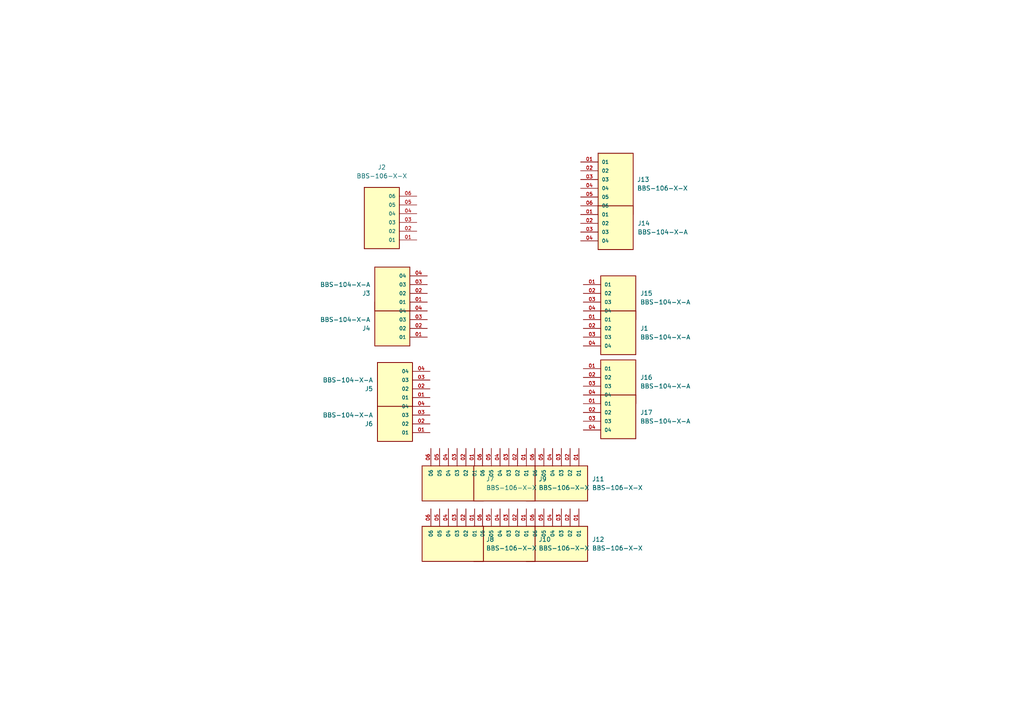
<source format=kicad_sch>
(kicad_sch (version 20211123) (generator eeschema)
  (paper "A4")
  (lib_symbols
    (symbol "BBS-104-X-A:BBS-104-X-A" (pin_names (offset 1.016))
      (property "Reference" "J" (at -5.08 6.35 0))
      (property "Value" "BBS-104-X-A" (at -5.08 -10.16 0))
      (symbol "BBS-104-X-A_0_0"
        (rectangle (start -5.08 -7.62) (end 5.08 5.08) (stroke (width 0.254)) (fill (type background)))
        (pin passive line (at -10.16 2.54 0) (length 5.08) (name "01") (number "01"))
        (pin passive line (at -10.16 0 0) (length 5.08) (name "02") (number "02"))
        (pin passive line (at -10.16 -2.54 0) (length 5.08) (name "03") (number "03"))
        (pin passive line (at -10.16 -5.08 0) (length 5.08) (name "04") (number "04"))
      )
    )
    (symbol "BBS-106-X-X:BBS-106-X-X" (pin_names (offset 1.016))
      (property "Reference" "J" (at -5.08 8.89 0))
      (property "Value" "BBS-106-X-X" (at -5.08 -12.7 0))
      (symbol "BBS-106-X-X_0_0"
        (rectangle (start -5.08 -10.16) (end 5.08 7.62) (stroke (width 0.254)) (fill (type background)))
        (pin passive line (at -10.16 5.08 0) (length 5.08) (name "01") (number "01"))
        (pin passive line (at -10.16 2.54 0) (length 5.08) (name "02") (number "02"))
        (pin passive line (at -10.16 0 0) (length 5.08) (name "03") (number "03"))
        (pin passive line (at -10.16 -2.54 0) (length 5.08) (name "04") (number "04"))
        (pin passive line (at -10.16 -5.08 0) (length 5.08) (name "05") (number "05"))
        (pin passive line (at -10.16 -7.62 0) (length 5.08) (name "06") (number "06"))
      )
    )
  )
  (no_connect (at 154.178 217.17))
  (symbol (lib_id "BBS-104-X-A:BBS-104-X-A") (at 114.554 112.776 180) (unit 1)
    (property "Reference" "J5" (at 108.204 112.7761 0) (effects (justify left)))
    (property "Value" "BBS-104-X-A" (at 108.204 110.2361 0) (effects (justify left)))
    (property "Footprint" "SAMTEC_BBS-104-X-A" (effects hide))
    (property "STANDARD" "Manufacturer Recommendations" (effects hide))
    (property "PARTREV" "A" (effects hide))
    (property "MAXIMUM_PACKAGE_HEIGHT" "8.5 mm" (effects hide))
    (property "MANUFACTURER" "Samtec" (effects hide))
  )
  (symbol (lib_id "BBS-104-X-A:BBS-104-X-A") (at 179.324 109.474 0) (unit 1)
    (property "Reference" "J16" (at 185.674 109.4739 0) (effects (justify left)))
    (property "Value" "BBS-104-X-A" (at 185.674 112.0139 0) (effects (justify left)))
    (property "Footprint" "SAMTEC_BBS-104-X-A" (effects hide))
    (property "STANDARD" "Manufacturer Recommendations" (effects hide))
    (property "PARTREV" "A" (effects hide))
    (property "MAXIMUM_PACKAGE_HEIGHT" "8.5 mm" (effects hide))
    (property "MANUFACTURER" "Samtec" (effects hide))
  )
  (symbol (lib_id "BBS-104-X-A:BBS-104-X-A") (at 178.562 64.77 0) (unit 1)
    (property "Reference" "J14" (at 184.912 64.7699 0) (effects (justify left)))
    (property "Value" "BBS-104-X-A" (at 184.912 67.3099 0) (effects (justify left)))
    (property "Footprint" "SAMTEC_BBS-104-X-A" (effects hide))
    (property "STANDARD" "Manufacturer Recommendations" (effects hide))
    (property "PARTREV" "A" (effects hide))
    (property "MAXIMUM_PACKAGE_HEIGHT" "8.5 mm" (effects hide))
    (property "MANUFACTURER" "Samtec" (effects hide))
  )
  (symbol (lib_id "BBS-106-X-X:BBS-106-X-X") (at 178.562 52.07 0) (unit 1)
    (property "Reference" "J13" (at 184.7735 52.0699 0) (effects (justify left)))
    (property "Value" "BBS-106-X-X" (at 184.7735 54.6099 0) (effects (justify left)))
    (property "Footprint" "SAMTEC_BBS-106-X-X" (effects hide))
    (property "STANDARD" "Manufacturer Recommendations" (effects hide))
    (property "PARTREV" "A" (effects hide))
    (property "MANUFACTURER" "Samtec" (effects hide))
  )
  (symbol (lib_id "BBS-106-X-X:BBS-106-X-X") (at 162.814 140.208 270) (unit 1)
    (property "Reference" "J11" (at 171.704 138.9379 90) (effects (justify left)))
    (property "Value" "BBS-106-X-X" (at 171.704 141.4779 90) (effects (justify left)))
    (property "Footprint" "SAMTEC_BBS-106-X-X" (effects hide))
    (property "STANDARD" "Manufacturer Recommendations" (effects hide))
    (property "PARTREV" "A" (effects hide))
    (property "MANUFACTURER" "Samtec" (effects hide))
  )
  (symbol (lib_id "BBS-104-X-A:BBS-104-X-A") (at 114.554 122.936 180) (unit 1)
    (property "Reference" "J6" (at 108.204 122.9361 0) (effects (justify left)))
    (property "Value" "BBS-104-X-A" (at 108.204 120.3961 0) (effects (justify left)))
    (property "Footprint" "SAMTEC_BBS-104-X-A" (effects hide))
    (property "STANDARD" "Manufacturer Recommendations" (effects hide))
    (property "PARTREV" "A" (effects hide))
    (property "MAXIMUM_PACKAGE_HEIGHT" "8.5 mm" (effects hide))
    (property "MANUFACTURER" "Samtec" (effects hide))
  )
  (symbol (lib_id "BBS-106-X-X:BBS-106-X-X") (at 147.574 140.208 270) (unit 1)
    (property "Reference" "J9" (at 156.21 138.9379 90) (effects (justify left)))
    (property "Value" "BBS-106-X-X" (at 156.21 141.4779 90) (effects (justify left)))
    (property "Footprint" "SAMTEC_BBS-106-X-X" (effects hide))
    (property "STANDARD" "Manufacturer Recommendations" (effects hide))
    (property "PARTREV" "A" (effects hide))
    (property "MANUFACTURER" "Samtec" (effects hide))
  )
  (symbol (lib_id "BBS-106-X-X:BBS-106-X-X") (at 132.588 157.734 270) (unit 1)
    (property "Reference" "J8" (at 140.97 156.4639 90) (effects (justify left)))
    (property "Value" "BBS-106-X-X" (at 140.97 159.0039 90) (effects (justify left)))
    (property "Footprint" "SAMTEC_BBS-106-X-X" (effects hide))
    (property "STANDARD" "Manufacturer Recommendations" (effects hide))
    (property "PARTREV" "A" (effects hide))
    (property "MANUFACTURER" "Samtec" (effects hide))
  )
  (symbol (lib_id "BBS-106-X-X:BBS-106-X-X") (at 162.814 157.734 270) (unit 1)
    (property "Reference" "J12" (at 171.704 156.4639 90) (effects (justify left)))
    (property "Value" "BBS-106-X-X" (at 171.704 159.0039 90) (effects (justify left)))
    (property "Footprint" "SAMTEC_BBS-106-X-X" (effects hide))
    (property "STANDARD" "Manufacturer Recommendations" (effects hide))
    (property "PARTREV" "A" (effects hide))
    (property "MANUFACTURER" "Samtec" (effects hide))
  )
  (symbol (lib_id "BBS-106-X-X:BBS-106-X-X") (at 132.588 140.208 270) (unit 1)
    (property "Reference" "J7" (at 140.97 138.9379 90) (effects (justify left)))
    (property "Value" "BBS-106-X-X" (at 140.97 141.4779 90) (effects (justify left)))
    (property "Footprint" "SAMTEC_BBS-106-X-X" (effects hide))
    (property "STANDARD" "Manufacturer Recommendations" (effects hide))
    (property "PARTREV" "A" (effects hide))
    (property "MANUFACTURER" "Samtec" (effects hide))
  )
  (symbol (lib_id "BBS-106-X-X:BBS-106-X-X") (at 110.744 64.516 180) (unit 1)
    (property "Reference" "J2" (at 110.744 48.514 0))
    (property "Value" "BBS-106-X-X" (at 110.744 51.054 0))
    (property "Footprint" "SAMTEC_BBS-106-X-X" (effects hide))
    (property "STANDARD" "Manufacturer Recommendations" (effects hide))
    (property "PARTREV" "A" (effects hide))
    (property "MANUFACTURER" "Samtec" (effects hide))
  )
  (symbol (lib_id "BBS-104-X-A:BBS-104-X-A") (at 113.792 85.09 180) (unit 1)
    (property "Reference" "J3" (at 107.442 85.0901 0) (effects (justify left)))
    (property "Value" "BBS-104-X-A" (at 107.442 82.5501 0) (effects (justify left)))
    (property "Footprint" "SAMTEC_BBS-104-X-A" (effects hide))
    (property "STANDARD" "Manufacturer Recommendations" (effects hide))
    (property "PARTREV" "A" (effects hide))
    (property "MAXIMUM_PACKAGE_HEIGHT" "8.5 mm" (effects hide))
    (property "MANUFACTURER" "Samtec" (effects hide))
  )
  (symbol (lib_id "BBS-104-X-A:BBS-104-X-A") (at 179.324 85.09 0) (unit 1)
    (property "Reference" "J15" (at 185.674 85.0899 0) (effects (justify left)))
    (property "Value" "BBS-104-X-A" (at 185.674 87.6299 0) (effects (justify left)))
    (property "Footprint" "SAMTEC_BBS-104-X-A" (effects hide))
    (property "STANDARD" "Manufacturer Recommendations" (effects hide))
    (property "PARTREV" "A" (effects hide))
    (property "MAXIMUM_PACKAGE_HEIGHT" "8.5 mm" (effects hide))
    (property "MANUFACTURER" "Samtec" (effects hide))
  )
  (symbol (lib_id "BBS-106-X-X:BBS-106-X-X") (at 147.574 157.734 270) (unit 1)
    (property "Reference" "J10" (at 156.21 156.4639 90) (effects (justify left)))
    (property "Value" "BBS-106-X-X" (at 156.21 159.0039 90) (effects (justify left)))
    (property "Footprint" "SAMTEC_BBS-106-X-X" (effects hide))
    (property "STANDARD" "Manufacturer Recommendations" (effects hide))
    (property "PARTREV" "A" (effects hide))
    (property "MANUFACTURER" "Samtec" (effects hide))
  )
  (symbol (lib_id "BBS-104-X-A:BBS-104-X-A") (at 113.792 95.25 180) (unit 1)
    (property "Reference" "J4" (at 107.442 95.2501 0) (effects (justify left)))
    (property "Value" "BBS-104-X-A" (at 107.442 92.7101 0) (effects (justify left)))
    (property "Footprint" "SAMTEC_BBS-104-X-A" (effects hide))
    (property "STANDARD" "Manufacturer Recommendations" (effects hide))
    (property "PARTREV" "A" (effects hide))
    (property "MAXIMUM_PACKAGE_HEIGHT" "8.5 mm" (effects hide))
    (property "MANUFACTURER" "Samtec" (effects hide))
  )
  (symbol (lib_id "BBS-104-X-A:BBS-104-X-A") (at 179.324 119.634 0) (unit 1)
    (property "Reference" "J17" (at 185.674 119.6339 0) (effects (justify left)))
    (property "Value" "BBS-104-X-A" (at 185.674 122.1739 0) (effects (justify left)))
    (property "Footprint" "SAMTEC_BBS-104-X-A" (effects hide))
    (property "STANDARD" "Manufacturer Recommendations" (effects hide))
    (property "PARTREV" "A" (effects hide))
    (property "MAXIMUM_PACKAGE_HEIGHT" "8.5 mm" (effects hide))
    (property "MANUFACTURER" "Samtec" (effects hide))
  )
  (symbol (lib_id "BBS-104-X-A:BBS-104-X-A") (at 179.324 95.25 0) (unit 1)
    (property "Reference" "J1" (at 185.674 95.2499 0) (effects (justify left)))
    (property "Value" "BBS-104-X-A" (at 185.674 97.7899 0) (effects (justify left)))
    (property "Footprint" "SAMTEC_BBS-104-X-A" (effects hide))
    (property "STANDARD" "Manufacturer Recommendations" (effects hide))
    (property "PARTREV" "A" (effects hide))
    (property "MAXIMUM_PACKAGE_HEIGHT" "8.5 mm" (effects hide))
    (property "MANUFACTURER" "Samtec" (effects hide))
  )
)
</source>
